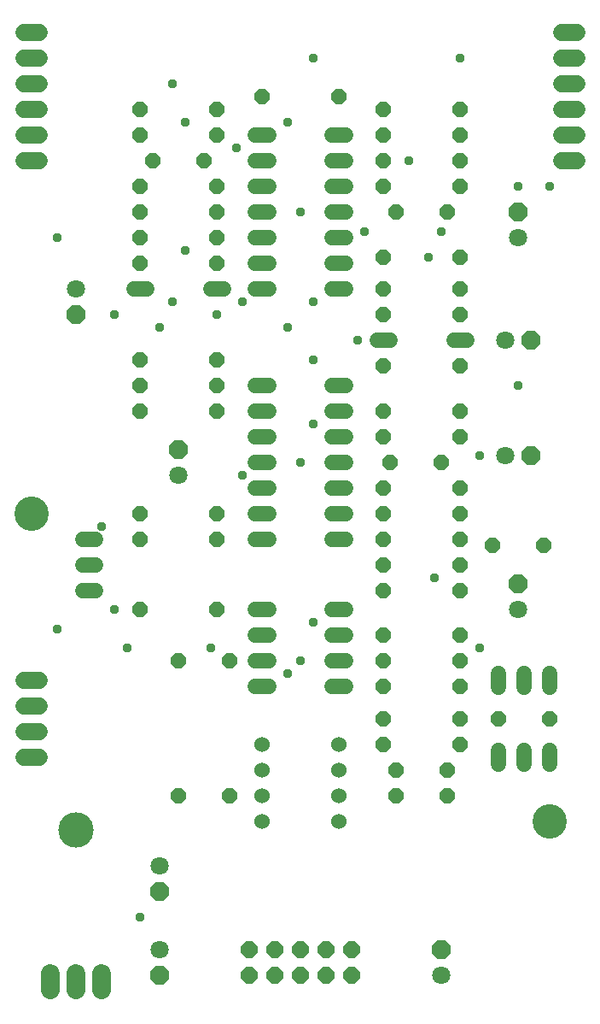
<source format=gbs>
G04 EAGLE Gerber RS-274X export*
G75*
%MOMM*%
%FSLAX34Y34*%
%LPD*%
%INSoldermask Bottom*%
%IPPOS*%
%AMOC8*
5,1,8,0,0,1.08239X$1,22.5*%
G01*
%ADD10C,3.403600*%
%ADD11P,1.951982X8X22.500000*%
%ADD12C,1.803400*%
%ADD13P,1.951982X8X112.500000*%
%ADD14P,1.951982X8X292.500000*%
%ADD15P,1.649562X8X202.500000*%
%ADD16P,1.649562X8X22.500000*%
%ADD17C,1.524000*%
%ADD18C,1.879600*%
%ADD19C,3.505200*%
%ADD20C,1.524000*%
%ADD21C,1.727200*%
%ADD22P,1.759533X8X22.500000*%
%ADD23C,0.959600*%


D10*
X539750Y190500D03*
X25400Y495300D03*
D11*
X520700Y666750D03*
D12*
X495300Y666750D03*
D13*
X171450Y558800D03*
D12*
X171450Y533400D03*
D11*
X520700Y552450D03*
D12*
X495300Y552450D03*
D13*
X431800Y63500D03*
D12*
X431800Y38100D03*
D14*
X152400Y38100D03*
D12*
X152400Y63500D03*
D15*
X222250Y349250D03*
X171450Y349250D03*
D16*
X381000Y546100D03*
X431800Y546100D03*
X387350Y793750D03*
X438150Y793750D03*
D15*
X222250Y215900D03*
X171450Y215900D03*
X196850Y844550D03*
X146050Y844550D03*
D14*
X69850Y692150D03*
D12*
X69850Y717550D03*
D13*
X508000Y793750D03*
D12*
X508000Y768350D03*
D15*
X539750Y292100D03*
X488950Y292100D03*
X438150Y241300D03*
X387350Y241300D03*
D16*
X387350Y215900D03*
X438150Y215900D03*
D13*
X508000Y425450D03*
D12*
X508000Y400050D03*
D16*
X482600Y463550D03*
X533400Y463550D03*
D17*
X457454Y666750D02*
X444246Y666750D01*
X381254Y666750D02*
X368046Y666750D01*
X139954Y717550D02*
X126746Y717550D01*
X202946Y717550D02*
X216154Y717550D01*
X323596Y717550D02*
X336804Y717550D01*
X336804Y742950D02*
X323596Y742950D01*
X323596Y869950D02*
X336804Y869950D01*
X260604Y869950D02*
X247396Y869950D01*
X323596Y768350D02*
X336804Y768350D01*
X336804Y793750D02*
X323596Y793750D01*
X323596Y844550D02*
X336804Y844550D01*
X336804Y819150D02*
X323596Y819150D01*
X260604Y844550D02*
X247396Y844550D01*
X247396Y819150D02*
X260604Y819150D01*
X260604Y793750D02*
X247396Y793750D01*
X247396Y768350D02*
X260604Y768350D01*
X260604Y742950D02*
X247396Y742950D01*
X247396Y717550D02*
X260604Y717550D01*
D18*
X44450Y40132D02*
X44450Y23368D01*
X69850Y23368D02*
X69850Y40132D01*
X95250Y40132D02*
X95250Y23368D01*
D19*
X69850Y181610D03*
D20*
X330200Y190500D03*
X330200Y215900D03*
X254000Y215900D03*
X254000Y190500D03*
X330200Y241300D03*
X330200Y266700D03*
X254000Y241300D03*
X254000Y266700D03*
D17*
X323596Y469900D02*
X336804Y469900D01*
X336804Y495300D02*
X323596Y495300D01*
X323596Y622300D02*
X336804Y622300D01*
X260604Y622300D02*
X247396Y622300D01*
X323596Y520700D02*
X336804Y520700D01*
X336804Y546100D02*
X323596Y546100D01*
X323596Y596900D02*
X336804Y596900D01*
X336804Y571500D02*
X323596Y571500D01*
X260604Y596900D02*
X247396Y596900D01*
X247396Y571500D02*
X260604Y571500D01*
X260604Y546100D02*
X247396Y546100D01*
X247396Y520700D02*
X260604Y520700D01*
X260604Y495300D02*
X247396Y495300D01*
X247396Y469900D02*
X260604Y469900D01*
X323596Y323850D02*
X336804Y323850D01*
X336804Y349250D02*
X323596Y349250D01*
X260604Y349250D02*
X247396Y349250D01*
X247396Y323850D02*
X260604Y323850D01*
X323596Y374650D02*
X336804Y374650D01*
X336804Y400050D02*
X323596Y400050D01*
X260604Y374650D02*
X247396Y374650D01*
X247396Y400050D02*
X260604Y400050D01*
D21*
X33020Y254000D02*
X17780Y254000D01*
X17780Y279400D02*
X33020Y279400D01*
X33020Y304800D02*
X17780Y304800D01*
X17780Y330200D02*
X33020Y330200D01*
X33020Y844550D02*
X17780Y844550D01*
X17780Y869950D02*
X33020Y869950D01*
X33020Y895350D02*
X17780Y895350D01*
X17780Y920750D02*
X33020Y920750D01*
X33020Y946150D02*
X17780Y946150D01*
X17780Y971550D02*
X33020Y971550D01*
D22*
X241300Y38100D03*
X241300Y63500D03*
X266700Y38100D03*
X266700Y63500D03*
X292100Y38100D03*
X292100Y63500D03*
X317500Y38100D03*
X317500Y63500D03*
X342900Y38100D03*
X342900Y63500D03*
D17*
X539750Y247396D02*
X539750Y260604D01*
X488950Y260604D02*
X488950Y247396D01*
X514350Y247396D02*
X514350Y260604D01*
X488950Y323596D02*
X488950Y336804D01*
X539750Y336804D02*
X539750Y323596D01*
X514350Y323596D02*
X514350Y336804D01*
X89154Y419100D02*
X75946Y419100D01*
X75946Y469900D02*
X89154Y469900D01*
X89154Y444500D02*
X75946Y444500D01*
D16*
X374650Y692150D03*
X450850Y692150D03*
D15*
X209550Y742950D03*
X133350Y742950D03*
D16*
X374650Y374650D03*
X450850Y374650D03*
X133350Y622300D03*
X209550Y622300D03*
X374650Y869950D03*
X450850Y869950D03*
D15*
X450850Y596900D03*
X374650Y596900D03*
D16*
X133350Y768350D03*
X209550Y768350D03*
X374650Y266700D03*
X450850Y266700D03*
D15*
X450850Y292100D03*
X374650Y292100D03*
D16*
X374650Y749300D03*
X450850Y749300D03*
X133350Y596900D03*
X209550Y596900D03*
X374650Y717550D03*
X450850Y717550D03*
X374650Y495300D03*
X450850Y495300D03*
D15*
X450850Y469900D03*
X374650Y469900D03*
X450850Y520700D03*
X374650Y520700D03*
D16*
X374650Y571500D03*
X450850Y571500D03*
X374650Y444500D03*
X450850Y444500D03*
X374650Y819150D03*
X450850Y819150D03*
X374650Y419100D03*
X450850Y419100D03*
D15*
X209550Y469900D03*
X133350Y469900D03*
X450850Y323850D03*
X374650Y323850D03*
D16*
X374650Y349250D03*
X450850Y349250D03*
D15*
X450850Y641350D03*
X374650Y641350D03*
X209550Y495300D03*
X133350Y495300D03*
X450850Y895350D03*
X374650Y895350D03*
X450850Y844550D03*
X374650Y844550D03*
X209550Y647700D03*
X133350Y647700D03*
D16*
X133350Y400050D03*
X209550Y400050D03*
X133350Y819150D03*
X209550Y819150D03*
D15*
X209550Y895350D03*
X133350Y895350D03*
X209550Y869950D03*
X133350Y869950D03*
X330200Y908050D03*
X254000Y908050D03*
D16*
X133350Y793750D03*
X209550Y793750D03*
D14*
X152400Y120650D03*
D12*
X152400Y146050D03*
D21*
X551180Y844550D02*
X566420Y844550D01*
X566420Y869950D02*
X551180Y869950D01*
X551180Y895350D02*
X566420Y895350D01*
X566420Y920750D02*
X551180Y920750D01*
X551180Y946150D02*
X566420Y946150D01*
X566420Y971550D02*
X551180Y971550D01*
D23*
X355600Y774700D03*
X431800Y774700D03*
X228600Y857250D03*
X209550Y692150D03*
X107950Y692150D03*
X107950Y400050D03*
X279400Y882650D03*
X152400Y679450D03*
X279400Y679450D03*
X304800Y584200D03*
X304800Y387350D03*
X469900Y552450D03*
X469900Y361950D03*
X304800Y704850D03*
X304800Y647700D03*
X50800Y768350D03*
X50800Y381000D03*
X120650Y361950D03*
X165100Y704850D03*
X165100Y920750D03*
X234950Y533400D03*
X234950Y704850D03*
X508000Y622300D03*
X349250Y666750D03*
X400050Y844550D03*
X539750Y819150D03*
X450850Y946150D03*
X419100Y749300D03*
X508000Y819150D03*
X279400Y336550D03*
X133350Y95250D03*
X292100Y349250D03*
X292100Y546100D03*
X292100Y793750D03*
X177800Y755650D03*
X177800Y882650D03*
X304800Y946150D03*
X203200Y361950D03*
X425450Y431800D03*
X95250Y482600D03*
M02*

</source>
